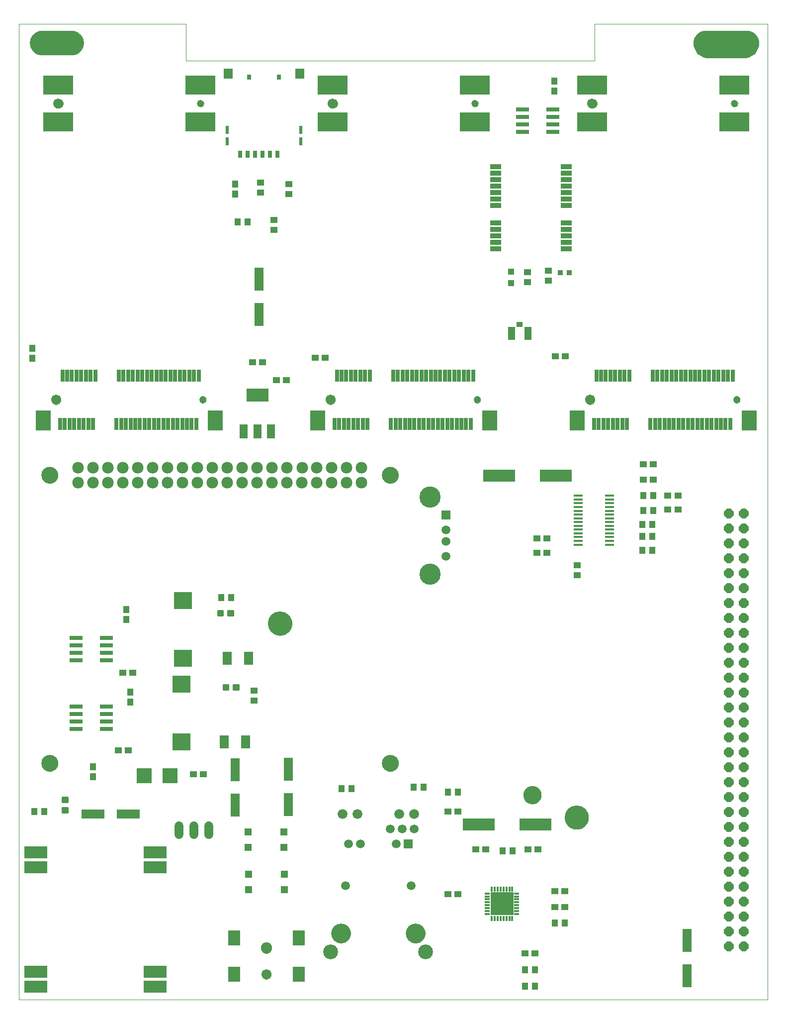
<source format=gts>
G04 EAGLE Gerber RS-274X export*
G75*
%MOIN*%
%FSLAX34Y34*%
%LPD*%
%INTop solder mask*%
%IPPOS*%
%AMOC8*
5,1,8,0,0,1.08239X$1,22.5*%
G01*
%ADD10C,0.000000*%
%ADD11C,0.161480*%
%ADD12C,0.066992*%
%ADD13C,0.047307*%
%ADD14R,0.027067X0.084646*%
%ADD15R,0.098425X0.133366*%
%ADD16R,0.202756X0.131398*%
%ADD17R,0.154000X0.080000*%
%ADD18R,0.090614X0.027622*%
%ADD19C,0.060000*%
%ADD20R,0.124079X0.114236*%
%ADD21R,0.063055X0.086677*%
%ADD22R,0.098488X0.098488*%
%ADD23R,0.043370X0.047307*%
%ADD24R,0.047307X0.043370*%
%ADD25C,0.131953*%
%ADD26C,0.099276*%
%ADD27C,0.059039*%
%ADD28R,0.059039X0.059039*%
%ADD29C,0.065811*%
%ADD30R,0.051244X0.051244*%
%ADD31R,0.029591X0.049276*%
%ADD32R,0.021717X0.055181*%
%ADD33R,0.059118X0.070929*%
%ADD34R,0.025260X0.035496*%
%ADD35R,0.074866X0.035496*%
%ADD36R,0.059118X0.153606*%
%ADD37R,0.153606X0.059118*%
%ADD38R,0.045339X0.090614*%
%ADD39R,0.043370X0.035496*%
%ADD40R,0.052000X0.092000*%
%ADD41R,0.145732X0.090614*%
%ADD42C,0.015613*%
%ADD43C,0.078000*%
%ADD44C,0.112268*%
%ADD45R,0.063055X0.017780*%
%ADD46R,0.035496X0.015811*%
%ADD47R,0.015811X0.035496*%
%ADD48R,0.153606X0.153606*%
%ADD49R,0.214000X0.080000*%
%ADD50P,0.069273X8X292.500000*%
%ADD51C,0.122110*%
%ADD52R,0.082740X0.098488*%
%ADD53C,0.074866*%
%ADD54R,0.043370X0.043370*%
%ADD55R,0.035496X0.035496*%
%ADD56R,0.059433X0.059433*%
%ADD57C,0.059433*%
%ADD58C,0.141795*%

G36*
X48626Y68569D02*
X48626Y68569D01*
X48627Y68569D01*
X48767Y68579D01*
X48770Y68580D01*
X48773Y68580D01*
X48910Y68610D01*
X48913Y68611D01*
X48915Y68611D01*
X49047Y68660D01*
X49049Y68662D01*
X49052Y68663D01*
X49175Y68730D01*
X49177Y68732D01*
X49180Y68733D01*
X49292Y68817D01*
X49294Y68819D01*
X49296Y68821D01*
X49396Y68920D01*
X49397Y68922D01*
X49399Y68924D01*
X49483Y69037D01*
X49485Y69039D01*
X49486Y69041D01*
X49554Y69165D01*
X49555Y69167D01*
X49556Y69170D01*
X49605Y69301D01*
X49606Y69304D01*
X49607Y69306D01*
X49637Y69444D01*
X49637Y69446D01*
X49637Y69449D01*
X49647Y69589D01*
X49647Y69592D01*
X49647Y69595D01*
X49638Y69718D01*
X49637Y69721D01*
X49637Y69724D01*
X49608Y69844D01*
X49607Y69847D01*
X49606Y69850D01*
X49559Y69964D01*
X49557Y69967D01*
X49556Y69970D01*
X49491Y70075D01*
X49489Y70077D01*
X49488Y70080D01*
X49408Y70174D01*
X49405Y70176D01*
X49403Y70178D01*
X49309Y70258D01*
X49307Y70260D01*
X49304Y70262D01*
X49199Y70326D01*
X49196Y70328D01*
X49194Y70329D01*
X49080Y70377D01*
X49077Y70377D01*
X49074Y70378D01*
X48954Y70407D01*
X48951Y70408D01*
X48948Y70408D01*
X48824Y70418D01*
X48823Y70418D01*
X48821Y70418D01*
X46066Y70418D01*
X46064Y70418D01*
X46062Y70418D01*
X45939Y70408D01*
X45936Y70408D01*
X45933Y70407D01*
X45813Y70378D01*
X45810Y70377D01*
X45807Y70377D01*
X45693Y70329D01*
X45691Y70328D01*
X45688Y70326D01*
X45583Y70262D01*
X45580Y70260D01*
X45578Y70258D01*
X45484Y70178D01*
X45482Y70176D01*
X45479Y70174D01*
X45399Y70080D01*
X45398Y70077D01*
X45396Y70075D01*
X45331Y69970D01*
X45330Y69967D01*
X45328Y69964D01*
X45281Y69850D01*
X45280Y69847D01*
X45279Y69844D01*
X45250Y69724D01*
X45250Y69721D01*
X45249Y69718D01*
X45240Y69595D01*
X45240Y69592D01*
X45240Y69589D01*
X45250Y69449D01*
X45250Y69446D01*
X45250Y69444D01*
X45280Y69306D01*
X45281Y69304D01*
X45282Y69301D01*
X45331Y69170D01*
X45332Y69167D01*
X45333Y69165D01*
X45400Y69041D01*
X45402Y69039D01*
X45403Y69037D01*
X45488Y68924D01*
X45490Y68922D01*
X45491Y68920D01*
X45591Y68821D01*
X45593Y68819D01*
X45595Y68817D01*
X45707Y68733D01*
X45709Y68732D01*
X45712Y68730D01*
X45835Y68663D01*
X45838Y68662D01*
X45840Y68660D01*
X45972Y68611D01*
X45974Y68611D01*
X45977Y68610D01*
X46114Y68580D01*
X46117Y68580D01*
X46120Y68579D01*
X46260Y68569D01*
X46261Y68569D01*
X46262Y68569D01*
X48625Y68569D01*
X48626Y68569D01*
G37*
G36*
X3547Y68766D02*
X3547Y68766D01*
X3549Y68766D01*
X3672Y68776D01*
X3675Y68776D01*
X3678Y68777D01*
X3798Y68806D01*
X3799Y68806D01*
X3800Y68806D01*
X3802Y68807D01*
X3804Y68807D01*
X3918Y68855D01*
X3921Y68856D01*
X3923Y68857D01*
X4029Y68922D01*
X4031Y68924D01*
X4034Y68926D01*
X4128Y69006D01*
X4130Y69008D01*
X4132Y69010D01*
X4212Y69104D01*
X4214Y69107D01*
X4216Y69109D01*
X4280Y69214D01*
X4282Y69217D01*
X4283Y69220D01*
X4330Y69334D01*
X4331Y69337D01*
X4332Y69340D01*
X4361Y69460D01*
X4361Y69463D01*
X4362Y69466D01*
X4372Y69589D01*
X4372Y69592D01*
X4372Y69595D01*
X4362Y69718D01*
X4361Y69721D01*
X4361Y69724D01*
X4332Y69844D01*
X4331Y69847D01*
X4330Y69850D01*
X4283Y69964D01*
X4282Y69967D01*
X4280Y69970D01*
X4216Y70075D01*
X4214Y70077D01*
X4212Y70080D01*
X4132Y70174D01*
X4130Y70176D01*
X4128Y70178D01*
X4034Y70258D01*
X4031Y70260D01*
X4029Y70262D01*
X3923Y70326D01*
X3921Y70328D01*
X3918Y70329D01*
X3804Y70377D01*
X3801Y70377D01*
X3798Y70378D01*
X3678Y70407D01*
X3675Y70408D01*
X3672Y70408D01*
X3549Y70418D01*
X3547Y70418D01*
X3546Y70418D01*
X1577Y70418D01*
X1576Y70418D01*
X1574Y70418D01*
X1451Y70408D01*
X1448Y70408D01*
X1445Y70407D01*
X1325Y70378D01*
X1322Y70377D01*
X1319Y70377D01*
X1205Y70329D01*
X1202Y70328D01*
X1200Y70326D01*
X1094Y70262D01*
X1092Y70260D01*
X1089Y70258D01*
X995Y70178D01*
X993Y70176D01*
X991Y70174D01*
X911Y70080D01*
X909Y70077D01*
X907Y70075D01*
X843Y69970D01*
X842Y69967D01*
X840Y69964D01*
X793Y69850D01*
X792Y69847D01*
X791Y69844D01*
X762Y69724D01*
X762Y69721D01*
X761Y69718D01*
X751Y69595D01*
X752Y69592D01*
X751Y69589D01*
X761Y69466D01*
X762Y69463D01*
X762Y69460D01*
X791Y69340D01*
X792Y69337D01*
X793Y69334D01*
X840Y69220D01*
X842Y69217D01*
X843Y69214D01*
X907Y69109D01*
X909Y69107D01*
X911Y69104D01*
X991Y69010D01*
X993Y69008D01*
X995Y69006D01*
X1089Y68926D01*
X1092Y68924D01*
X1094Y68922D01*
X1200Y68857D01*
X1202Y68856D01*
X1205Y68855D01*
X1319Y68807D01*
X1321Y68807D01*
X1323Y68806D01*
X1324Y68806D01*
X1325Y68806D01*
X1445Y68777D01*
X1448Y68776D01*
X1451Y68776D01*
X1574Y68766D01*
X1576Y68766D01*
X1577Y68766D01*
X3546Y68766D01*
X3547Y68766D01*
G37*
D10*
X0Y5512D02*
X50197Y5512D01*
X50197Y70866D01*
X38600Y70866D01*
X11200Y70866D02*
X0Y70866D01*
X0Y5512D01*
X16733Y30709D02*
X16735Y30765D01*
X16741Y30820D01*
X16751Y30874D01*
X16764Y30928D01*
X16782Y30981D01*
X16803Y31032D01*
X16827Y31082D01*
X16855Y31130D01*
X16887Y31176D01*
X16921Y31220D01*
X16959Y31261D01*
X16999Y31299D01*
X17042Y31334D01*
X17087Y31366D01*
X17135Y31395D01*
X17184Y31421D01*
X17235Y31443D01*
X17287Y31461D01*
X17341Y31475D01*
X17396Y31486D01*
X17451Y31493D01*
X17506Y31496D01*
X17562Y31495D01*
X17617Y31490D01*
X17672Y31481D01*
X17726Y31469D01*
X17779Y31452D01*
X17831Y31432D01*
X17881Y31408D01*
X17929Y31381D01*
X17976Y31351D01*
X18020Y31317D01*
X18062Y31280D01*
X18100Y31240D01*
X18137Y31198D01*
X18170Y31153D01*
X18199Y31107D01*
X18226Y31058D01*
X18248Y31007D01*
X18268Y30955D01*
X18283Y30901D01*
X18295Y30847D01*
X18303Y30792D01*
X18307Y30737D01*
X18307Y30681D01*
X18303Y30626D01*
X18295Y30571D01*
X18283Y30517D01*
X18268Y30463D01*
X18248Y30411D01*
X18226Y30360D01*
X18199Y30311D01*
X18170Y30265D01*
X18137Y30220D01*
X18100Y30178D01*
X18062Y30138D01*
X18020Y30101D01*
X17976Y30067D01*
X17929Y30037D01*
X17881Y30010D01*
X17831Y29986D01*
X17779Y29966D01*
X17726Y29949D01*
X17672Y29937D01*
X17617Y29928D01*
X17562Y29923D01*
X17506Y29922D01*
X17451Y29925D01*
X17396Y29932D01*
X17341Y29943D01*
X17287Y29957D01*
X17235Y29975D01*
X17184Y29997D01*
X17135Y30023D01*
X17087Y30052D01*
X17042Y30084D01*
X16999Y30119D01*
X16959Y30157D01*
X16921Y30198D01*
X16887Y30242D01*
X16855Y30288D01*
X16827Y30336D01*
X16803Y30386D01*
X16782Y30437D01*
X16764Y30490D01*
X16751Y30544D01*
X16741Y30598D01*
X16735Y30653D01*
X16733Y30709D01*
D11*
X17520Y30709D03*
D10*
X11200Y68400D02*
X11200Y70866D01*
X11200Y68400D02*
X38600Y68400D01*
X38600Y70866D01*
X36615Y17717D02*
X36617Y17773D01*
X36623Y17828D01*
X36633Y17882D01*
X36646Y17936D01*
X36664Y17989D01*
X36685Y18040D01*
X36709Y18090D01*
X36737Y18138D01*
X36769Y18184D01*
X36803Y18228D01*
X36841Y18269D01*
X36881Y18307D01*
X36924Y18342D01*
X36969Y18374D01*
X37017Y18403D01*
X37066Y18429D01*
X37117Y18451D01*
X37169Y18469D01*
X37223Y18483D01*
X37278Y18494D01*
X37333Y18501D01*
X37388Y18504D01*
X37444Y18503D01*
X37499Y18498D01*
X37554Y18489D01*
X37608Y18477D01*
X37661Y18460D01*
X37713Y18440D01*
X37763Y18416D01*
X37811Y18389D01*
X37858Y18359D01*
X37902Y18325D01*
X37944Y18288D01*
X37982Y18248D01*
X38019Y18206D01*
X38052Y18161D01*
X38081Y18115D01*
X38108Y18066D01*
X38130Y18015D01*
X38150Y17963D01*
X38165Y17909D01*
X38177Y17855D01*
X38185Y17800D01*
X38189Y17745D01*
X38189Y17689D01*
X38185Y17634D01*
X38177Y17579D01*
X38165Y17525D01*
X38150Y17471D01*
X38130Y17419D01*
X38108Y17368D01*
X38081Y17319D01*
X38052Y17273D01*
X38019Y17228D01*
X37982Y17186D01*
X37944Y17146D01*
X37902Y17109D01*
X37858Y17075D01*
X37811Y17045D01*
X37763Y17018D01*
X37713Y16994D01*
X37661Y16974D01*
X37608Y16957D01*
X37554Y16945D01*
X37499Y16936D01*
X37444Y16931D01*
X37388Y16930D01*
X37333Y16933D01*
X37278Y16940D01*
X37223Y16951D01*
X37169Y16965D01*
X37117Y16983D01*
X37066Y17005D01*
X37017Y17031D01*
X36969Y17060D01*
X36924Y17092D01*
X36881Y17127D01*
X36841Y17165D01*
X36803Y17206D01*
X36769Y17250D01*
X36737Y17296D01*
X36709Y17344D01*
X36685Y17394D01*
X36664Y17445D01*
X36646Y17498D01*
X36633Y17552D01*
X36623Y17606D01*
X36617Y17661D01*
X36615Y17717D01*
D11*
X37402Y17717D03*
D10*
X20585Y45700D02*
X20587Y45735D01*
X20593Y45770D01*
X20603Y45804D01*
X20616Y45837D01*
X20633Y45868D01*
X20654Y45896D01*
X20677Y45923D01*
X20704Y45946D01*
X20732Y45967D01*
X20763Y45984D01*
X20796Y45997D01*
X20830Y46007D01*
X20865Y46013D01*
X20900Y46015D01*
X20935Y46013D01*
X20970Y46007D01*
X21004Y45997D01*
X21037Y45984D01*
X21068Y45967D01*
X21096Y45946D01*
X21123Y45923D01*
X21146Y45896D01*
X21167Y45868D01*
X21184Y45837D01*
X21197Y45804D01*
X21207Y45770D01*
X21213Y45735D01*
X21215Y45700D01*
X21213Y45665D01*
X21207Y45630D01*
X21197Y45596D01*
X21184Y45563D01*
X21167Y45532D01*
X21146Y45504D01*
X21123Y45477D01*
X21096Y45454D01*
X21068Y45433D01*
X21037Y45416D01*
X21004Y45403D01*
X20970Y45393D01*
X20935Y45387D01*
X20900Y45385D01*
X20865Y45387D01*
X20830Y45393D01*
X20796Y45403D01*
X20763Y45416D01*
X20732Y45433D01*
X20704Y45454D01*
X20677Y45477D01*
X20654Y45504D01*
X20633Y45532D01*
X20616Y45563D01*
X20603Y45596D01*
X20593Y45630D01*
X20587Y45665D01*
X20585Y45700D01*
D12*
X20900Y45700D03*
D10*
X30526Y45700D02*
X30528Y45729D01*
X30534Y45757D01*
X30543Y45785D01*
X30556Y45811D01*
X30573Y45834D01*
X30592Y45856D01*
X30614Y45875D01*
X30639Y45890D01*
X30665Y45903D01*
X30693Y45911D01*
X30721Y45916D01*
X30750Y45917D01*
X30779Y45914D01*
X30807Y45907D01*
X30834Y45897D01*
X30860Y45883D01*
X30883Y45866D01*
X30904Y45846D01*
X30922Y45823D01*
X30937Y45798D01*
X30948Y45771D01*
X30956Y45743D01*
X30960Y45714D01*
X30960Y45686D01*
X30956Y45657D01*
X30948Y45629D01*
X30937Y45602D01*
X30922Y45577D01*
X30904Y45554D01*
X30883Y45534D01*
X30860Y45517D01*
X30834Y45503D01*
X30807Y45493D01*
X30779Y45486D01*
X30750Y45483D01*
X30721Y45484D01*
X30693Y45489D01*
X30665Y45497D01*
X30639Y45510D01*
X30614Y45525D01*
X30592Y45544D01*
X30573Y45566D01*
X30556Y45589D01*
X30543Y45615D01*
X30534Y45643D01*
X30528Y45671D01*
X30526Y45700D01*
D13*
X30743Y45700D03*
D10*
X20742Y65543D02*
X20744Y65578D01*
X20750Y65613D01*
X20760Y65647D01*
X20773Y65680D01*
X20790Y65711D01*
X20811Y65739D01*
X20834Y65766D01*
X20861Y65789D01*
X20889Y65810D01*
X20920Y65827D01*
X20953Y65840D01*
X20987Y65850D01*
X21022Y65856D01*
X21057Y65858D01*
X21092Y65856D01*
X21127Y65850D01*
X21161Y65840D01*
X21194Y65827D01*
X21225Y65810D01*
X21253Y65789D01*
X21280Y65766D01*
X21303Y65739D01*
X21324Y65711D01*
X21341Y65680D01*
X21354Y65647D01*
X21364Y65613D01*
X21370Y65578D01*
X21372Y65543D01*
X21370Y65508D01*
X21364Y65473D01*
X21354Y65439D01*
X21341Y65406D01*
X21324Y65375D01*
X21303Y65347D01*
X21280Y65320D01*
X21253Y65297D01*
X21225Y65276D01*
X21194Y65259D01*
X21161Y65246D01*
X21127Y65236D01*
X21092Y65230D01*
X21057Y65228D01*
X21022Y65230D01*
X20987Y65236D01*
X20953Y65246D01*
X20920Y65259D01*
X20889Y65276D01*
X20861Y65297D01*
X20834Y65320D01*
X20811Y65347D01*
X20790Y65375D01*
X20773Y65406D01*
X20760Y65439D01*
X20750Y65473D01*
X20744Y65508D01*
X20742Y65543D01*
D12*
X21057Y65543D03*
D10*
X30368Y65543D02*
X30370Y65572D01*
X30376Y65600D01*
X30385Y65628D01*
X30398Y65654D01*
X30415Y65677D01*
X30434Y65699D01*
X30456Y65718D01*
X30481Y65733D01*
X30507Y65746D01*
X30535Y65754D01*
X30563Y65759D01*
X30592Y65760D01*
X30621Y65757D01*
X30649Y65750D01*
X30676Y65740D01*
X30702Y65726D01*
X30725Y65709D01*
X30746Y65689D01*
X30764Y65666D01*
X30779Y65641D01*
X30790Y65614D01*
X30798Y65586D01*
X30802Y65557D01*
X30802Y65529D01*
X30798Y65500D01*
X30790Y65472D01*
X30779Y65445D01*
X30764Y65420D01*
X30746Y65397D01*
X30725Y65377D01*
X30702Y65360D01*
X30676Y65346D01*
X30649Y65336D01*
X30621Y65329D01*
X30592Y65326D01*
X30563Y65327D01*
X30535Y65332D01*
X30507Y65340D01*
X30481Y65353D01*
X30456Y65368D01*
X30434Y65387D01*
X30415Y65409D01*
X30398Y65432D01*
X30385Y65458D01*
X30376Y65486D01*
X30370Y65514D01*
X30368Y65543D01*
D13*
X30585Y65543D03*
D14*
X21173Y44086D03*
X21488Y44086D03*
X21803Y44086D03*
X22118Y44086D03*
X22433Y44086D03*
X22748Y44086D03*
X23063Y44086D03*
X23378Y44086D03*
X24953Y44086D03*
X25268Y44086D03*
X25583Y44086D03*
X25898Y44086D03*
X26213Y44086D03*
X26527Y44086D03*
X26842Y44086D03*
X27157Y44086D03*
X27472Y44086D03*
X27787Y44086D03*
X28102Y44086D03*
X28417Y44086D03*
X28732Y44086D03*
X29047Y44086D03*
X29362Y44086D03*
X29677Y44086D03*
X29992Y44086D03*
X30307Y44086D03*
D15*
X31589Y44320D03*
X20054Y44325D03*
D14*
X21331Y47314D03*
X21646Y47314D03*
X21961Y47314D03*
X22275Y47314D03*
X22590Y47314D03*
X22905Y47314D03*
X23220Y47314D03*
X23535Y47314D03*
X25110Y47314D03*
X25425Y47314D03*
X25740Y47314D03*
X26055Y47314D03*
X26370Y47314D03*
X26685Y47314D03*
X27000Y47314D03*
X27315Y47314D03*
X27630Y47314D03*
X27945Y47314D03*
X28260Y47314D03*
X28575Y47314D03*
X28890Y47314D03*
X29205Y47314D03*
X29520Y47314D03*
X29835Y47314D03*
X30150Y47314D03*
X30464Y47314D03*
D16*
X21053Y66780D03*
X21053Y64295D03*
X30585Y66780D03*
X30580Y64300D03*
D10*
X2185Y45700D02*
X2187Y45735D01*
X2193Y45770D01*
X2203Y45804D01*
X2216Y45837D01*
X2233Y45868D01*
X2254Y45896D01*
X2277Y45923D01*
X2304Y45946D01*
X2332Y45967D01*
X2363Y45984D01*
X2396Y45997D01*
X2430Y46007D01*
X2465Y46013D01*
X2500Y46015D01*
X2535Y46013D01*
X2570Y46007D01*
X2604Y45997D01*
X2637Y45984D01*
X2668Y45967D01*
X2696Y45946D01*
X2723Y45923D01*
X2746Y45896D01*
X2767Y45868D01*
X2784Y45837D01*
X2797Y45804D01*
X2807Y45770D01*
X2813Y45735D01*
X2815Y45700D01*
X2813Y45665D01*
X2807Y45630D01*
X2797Y45596D01*
X2784Y45563D01*
X2767Y45532D01*
X2746Y45504D01*
X2723Y45477D01*
X2696Y45454D01*
X2668Y45433D01*
X2637Y45416D01*
X2604Y45403D01*
X2570Y45393D01*
X2535Y45387D01*
X2500Y45385D01*
X2465Y45387D01*
X2430Y45393D01*
X2396Y45403D01*
X2363Y45416D01*
X2332Y45433D01*
X2304Y45454D01*
X2277Y45477D01*
X2254Y45504D01*
X2233Y45532D01*
X2216Y45563D01*
X2203Y45596D01*
X2193Y45630D01*
X2187Y45665D01*
X2185Y45700D01*
D12*
X2500Y45700D03*
D10*
X12126Y45700D02*
X12128Y45729D01*
X12134Y45757D01*
X12143Y45785D01*
X12156Y45811D01*
X12173Y45834D01*
X12192Y45856D01*
X12214Y45875D01*
X12239Y45890D01*
X12265Y45903D01*
X12293Y45911D01*
X12321Y45916D01*
X12350Y45917D01*
X12379Y45914D01*
X12407Y45907D01*
X12434Y45897D01*
X12460Y45883D01*
X12483Y45866D01*
X12504Y45846D01*
X12522Y45823D01*
X12537Y45798D01*
X12548Y45771D01*
X12556Y45743D01*
X12560Y45714D01*
X12560Y45686D01*
X12556Y45657D01*
X12548Y45629D01*
X12537Y45602D01*
X12522Y45577D01*
X12504Y45554D01*
X12483Y45534D01*
X12460Y45517D01*
X12434Y45503D01*
X12407Y45493D01*
X12379Y45486D01*
X12350Y45483D01*
X12321Y45484D01*
X12293Y45489D01*
X12265Y45497D01*
X12239Y45510D01*
X12214Y45525D01*
X12192Y45544D01*
X12173Y45566D01*
X12156Y45589D01*
X12143Y45615D01*
X12134Y45643D01*
X12128Y45671D01*
X12126Y45700D01*
D13*
X12343Y45700D03*
D10*
X2342Y65543D02*
X2344Y65578D01*
X2350Y65613D01*
X2360Y65647D01*
X2373Y65680D01*
X2390Y65711D01*
X2411Y65739D01*
X2434Y65766D01*
X2461Y65789D01*
X2489Y65810D01*
X2520Y65827D01*
X2553Y65840D01*
X2587Y65850D01*
X2622Y65856D01*
X2657Y65858D01*
X2692Y65856D01*
X2727Y65850D01*
X2761Y65840D01*
X2794Y65827D01*
X2825Y65810D01*
X2853Y65789D01*
X2880Y65766D01*
X2903Y65739D01*
X2924Y65711D01*
X2941Y65680D01*
X2954Y65647D01*
X2964Y65613D01*
X2970Y65578D01*
X2972Y65543D01*
X2970Y65508D01*
X2964Y65473D01*
X2954Y65439D01*
X2941Y65406D01*
X2924Y65375D01*
X2903Y65347D01*
X2880Y65320D01*
X2853Y65297D01*
X2825Y65276D01*
X2794Y65259D01*
X2761Y65246D01*
X2727Y65236D01*
X2692Y65230D01*
X2657Y65228D01*
X2622Y65230D01*
X2587Y65236D01*
X2553Y65246D01*
X2520Y65259D01*
X2489Y65276D01*
X2461Y65297D01*
X2434Y65320D01*
X2411Y65347D01*
X2390Y65375D01*
X2373Y65406D01*
X2360Y65439D01*
X2350Y65473D01*
X2344Y65508D01*
X2342Y65543D01*
D12*
X2657Y65543D03*
D10*
X11968Y65543D02*
X11970Y65572D01*
X11976Y65600D01*
X11985Y65628D01*
X11998Y65654D01*
X12015Y65677D01*
X12034Y65699D01*
X12056Y65718D01*
X12081Y65733D01*
X12107Y65746D01*
X12135Y65754D01*
X12163Y65759D01*
X12192Y65760D01*
X12221Y65757D01*
X12249Y65750D01*
X12276Y65740D01*
X12302Y65726D01*
X12325Y65709D01*
X12346Y65689D01*
X12364Y65666D01*
X12379Y65641D01*
X12390Y65614D01*
X12398Y65586D01*
X12402Y65557D01*
X12402Y65529D01*
X12398Y65500D01*
X12390Y65472D01*
X12379Y65445D01*
X12364Y65420D01*
X12346Y65397D01*
X12325Y65377D01*
X12302Y65360D01*
X12276Y65346D01*
X12249Y65336D01*
X12221Y65329D01*
X12192Y65326D01*
X12163Y65327D01*
X12135Y65332D01*
X12107Y65340D01*
X12081Y65353D01*
X12056Y65368D01*
X12034Y65387D01*
X12015Y65409D01*
X11998Y65432D01*
X11985Y65458D01*
X11976Y65486D01*
X11970Y65514D01*
X11968Y65543D01*
D13*
X12185Y65543D03*
D14*
X2773Y44086D03*
X3088Y44086D03*
X3403Y44086D03*
X3718Y44086D03*
X4033Y44086D03*
X4348Y44086D03*
X4663Y44086D03*
X4978Y44086D03*
X6553Y44086D03*
X6868Y44086D03*
X7183Y44086D03*
X7498Y44086D03*
X7813Y44086D03*
X8127Y44086D03*
X8442Y44086D03*
X8757Y44086D03*
X9072Y44086D03*
X9387Y44086D03*
X9702Y44086D03*
X10017Y44086D03*
X10332Y44086D03*
X10647Y44086D03*
X10962Y44086D03*
X11277Y44086D03*
X11592Y44086D03*
X11907Y44086D03*
D15*
X13189Y44320D03*
X1654Y44325D03*
D14*
X2931Y47314D03*
X3246Y47314D03*
X3561Y47314D03*
X3875Y47314D03*
X4190Y47314D03*
X4505Y47314D03*
X4820Y47314D03*
X5135Y47314D03*
X6710Y47314D03*
X7025Y47314D03*
X7340Y47314D03*
X7655Y47314D03*
X7970Y47314D03*
X8285Y47314D03*
X8600Y47314D03*
X8915Y47314D03*
X9230Y47314D03*
X9545Y47314D03*
X9860Y47314D03*
X10175Y47314D03*
X10490Y47314D03*
X10805Y47314D03*
X11120Y47314D03*
X11435Y47314D03*
X11750Y47314D03*
X12064Y47314D03*
D16*
X2653Y66780D03*
X2653Y64295D03*
X12185Y66780D03*
X12180Y64300D03*
D17*
X1134Y15367D03*
X1134Y14367D03*
X1134Y7367D03*
X1134Y6367D03*
X9134Y6367D03*
X9134Y7367D03*
X9134Y14367D03*
X9134Y15367D03*
D18*
X5889Y28750D03*
X3842Y28750D03*
X5889Y28250D03*
X5889Y29250D03*
X5889Y29750D03*
X3842Y28250D03*
X3842Y29250D03*
X3842Y29750D03*
X5889Y24150D03*
X3842Y24150D03*
X5889Y23650D03*
X5889Y24650D03*
X5889Y25150D03*
X3842Y23650D03*
X3842Y24650D03*
X3842Y25150D03*
D10*
X37985Y45700D02*
X37987Y45735D01*
X37993Y45770D01*
X38003Y45804D01*
X38016Y45837D01*
X38033Y45868D01*
X38054Y45896D01*
X38077Y45923D01*
X38104Y45946D01*
X38132Y45967D01*
X38163Y45984D01*
X38196Y45997D01*
X38230Y46007D01*
X38265Y46013D01*
X38300Y46015D01*
X38335Y46013D01*
X38370Y46007D01*
X38404Y45997D01*
X38437Y45984D01*
X38468Y45967D01*
X38496Y45946D01*
X38523Y45923D01*
X38546Y45896D01*
X38567Y45868D01*
X38584Y45837D01*
X38597Y45804D01*
X38607Y45770D01*
X38613Y45735D01*
X38615Y45700D01*
X38613Y45665D01*
X38607Y45630D01*
X38597Y45596D01*
X38584Y45563D01*
X38567Y45532D01*
X38546Y45504D01*
X38523Y45477D01*
X38496Y45454D01*
X38468Y45433D01*
X38437Y45416D01*
X38404Y45403D01*
X38370Y45393D01*
X38335Y45387D01*
X38300Y45385D01*
X38265Y45387D01*
X38230Y45393D01*
X38196Y45403D01*
X38163Y45416D01*
X38132Y45433D01*
X38104Y45454D01*
X38077Y45477D01*
X38054Y45504D01*
X38033Y45532D01*
X38016Y45563D01*
X38003Y45596D01*
X37993Y45630D01*
X37987Y45665D01*
X37985Y45700D01*
D12*
X38300Y45700D03*
D10*
X47926Y45700D02*
X47928Y45729D01*
X47934Y45757D01*
X47943Y45785D01*
X47956Y45811D01*
X47973Y45834D01*
X47992Y45856D01*
X48014Y45875D01*
X48039Y45890D01*
X48065Y45903D01*
X48093Y45911D01*
X48121Y45916D01*
X48150Y45917D01*
X48179Y45914D01*
X48207Y45907D01*
X48234Y45897D01*
X48260Y45883D01*
X48283Y45866D01*
X48304Y45846D01*
X48322Y45823D01*
X48337Y45798D01*
X48348Y45771D01*
X48356Y45743D01*
X48360Y45714D01*
X48360Y45686D01*
X48356Y45657D01*
X48348Y45629D01*
X48337Y45602D01*
X48322Y45577D01*
X48304Y45554D01*
X48283Y45534D01*
X48260Y45517D01*
X48234Y45503D01*
X48207Y45493D01*
X48179Y45486D01*
X48150Y45483D01*
X48121Y45484D01*
X48093Y45489D01*
X48065Y45497D01*
X48039Y45510D01*
X48014Y45525D01*
X47992Y45544D01*
X47973Y45566D01*
X47956Y45589D01*
X47943Y45615D01*
X47934Y45643D01*
X47928Y45671D01*
X47926Y45700D01*
D13*
X48143Y45700D03*
D10*
X38142Y65543D02*
X38144Y65578D01*
X38150Y65613D01*
X38160Y65647D01*
X38173Y65680D01*
X38190Y65711D01*
X38211Y65739D01*
X38234Y65766D01*
X38261Y65789D01*
X38289Y65810D01*
X38320Y65827D01*
X38353Y65840D01*
X38387Y65850D01*
X38422Y65856D01*
X38457Y65858D01*
X38492Y65856D01*
X38527Y65850D01*
X38561Y65840D01*
X38594Y65827D01*
X38625Y65810D01*
X38653Y65789D01*
X38680Y65766D01*
X38703Y65739D01*
X38724Y65711D01*
X38741Y65680D01*
X38754Y65647D01*
X38764Y65613D01*
X38770Y65578D01*
X38772Y65543D01*
X38770Y65508D01*
X38764Y65473D01*
X38754Y65439D01*
X38741Y65406D01*
X38724Y65375D01*
X38703Y65347D01*
X38680Y65320D01*
X38653Y65297D01*
X38625Y65276D01*
X38594Y65259D01*
X38561Y65246D01*
X38527Y65236D01*
X38492Y65230D01*
X38457Y65228D01*
X38422Y65230D01*
X38387Y65236D01*
X38353Y65246D01*
X38320Y65259D01*
X38289Y65276D01*
X38261Y65297D01*
X38234Y65320D01*
X38211Y65347D01*
X38190Y65375D01*
X38173Y65406D01*
X38160Y65439D01*
X38150Y65473D01*
X38144Y65508D01*
X38142Y65543D01*
D12*
X38457Y65543D03*
D10*
X47768Y65543D02*
X47770Y65572D01*
X47776Y65600D01*
X47785Y65628D01*
X47798Y65654D01*
X47815Y65677D01*
X47834Y65699D01*
X47856Y65718D01*
X47881Y65733D01*
X47907Y65746D01*
X47935Y65754D01*
X47963Y65759D01*
X47992Y65760D01*
X48021Y65757D01*
X48049Y65750D01*
X48076Y65740D01*
X48102Y65726D01*
X48125Y65709D01*
X48146Y65689D01*
X48164Y65666D01*
X48179Y65641D01*
X48190Y65614D01*
X48198Y65586D01*
X48202Y65557D01*
X48202Y65529D01*
X48198Y65500D01*
X48190Y65472D01*
X48179Y65445D01*
X48164Y65420D01*
X48146Y65397D01*
X48125Y65377D01*
X48102Y65360D01*
X48076Y65346D01*
X48049Y65336D01*
X48021Y65329D01*
X47992Y65326D01*
X47963Y65327D01*
X47935Y65332D01*
X47907Y65340D01*
X47881Y65353D01*
X47856Y65368D01*
X47834Y65387D01*
X47815Y65409D01*
X47798Y65432D01*
X47785Y65458D01*
X47776Y65486D01*
X47770Y65514D01*
X47768Y65543D01*
D13*
X47985Y65543D03*
D14*
X38573Y44086D03*
X38888Y44086D03*
X39203Y44086D03*
X39518Y44086D03*
X39833Y44086D03*
X40148Y44086D03*
X40463Y44086D03*
X40778Y44086D03*
X42353Y44086D03*
X42668Y44086D03*
X42983Y44086D03*
X43298Y44086D03*
X43613Y44086D03*
X43927Y44086D03*
X44242Y44086D03*
X44557Y44086D03*
X44872Y44086D03*
X45187Y44086D03*
X45502Y44086D03*
X45817Y44086D03*
X46132Y44086D03*
X46447Y44086D03*
X46762Y44086D03*
X47077Y44086D03*
X47392Y44086D03*
X47707Y44086D03*
D15*
X48989Y44320D03*
X37454Y44325D03*
D14*
X38731Y47314D03*
X39046Y47314D03*
X39361Y47314D03*
X39675Y47314D03*
X39990Y47314D03*
X40305Y47314D03*
X40620Y47314D03*
X40935Y47314D03*
X42510Y47314D03*
X42825Y47314D03*
X43140Y47314D03*
X43455Y47314D03*
X43770Y47314D03*
X44085Y47314D03*
X44400Y47314D03*
X44715Y47314D03*
X45030Y47314D03*
X45345Y47314D03*
X45660Y47314D03*
X45975Y47314D03*
X46290Y47314D03*
X46605Y47314D03*
X46920Y47314D03*
X47235Y47314D03*
X47550Y47314D03*
X47864Y47314D03*
D16*
X38453Y66780D03*
X38453Y64295D03*
X47985Y66780D03*
X47980Y64300D03*
D19*
X10733Y17147D02*
X10733Y16587D01*
X11733Y16587D02*
X11733Y17147D01*
X12733Y17147D02*
X12733Y16587D01*
D20*
X10900Y22771D03*
X10900Y26629D03*
D21*
X15209Y22769D03*
X13792Y22769D03*
X15409Y28369D03*
X13992Y28369D03*
D20*
X11000Y28371D03*
X11000Y32229D03*
D22*
X8400Y20500D03*
X10132Y20500D03*
D23*
X7467Y25431D03*
X7467Y26100D03*
X7200Y30965D03*
X7200Y31635D03*
D24*
X6665Y22200D03*
X7335Y22200D03*
X6965Y27400D03*
X7635Y27400D03*
X11699Y20597D03*
X12369Y20597D03*
D23*
X4968Y20432D03*
X4968Y21102D03*
D24*
X19865Y48500D03*
X20535Y48500D03*
X35965Y48600D03*
X36635Y48600D03*
D23*
X900Y49135D03*
X900Y48465D03*
D10*
X20960Y9950D02*
X20962Y10000D01*
X20968Y10050D01*
X20978Y10099D01*
X20991Y10148D01*
X21009Y10195D01*
X21030Y10241D01*
X21054Y10284D01*
X21082Y10326D01*
X21113Y10366D01*
X21147Y10403D01*
X21184Y10437D01*
X21224Y10468D01*
X21266Y10496D01*
X21309Y10520D01*
X21355Y10541D01*
X21402Y10559D01*
X21451Y10572D01*
X21500Y10582D01*
X21550Y10588D01*
X21600Y10590D01*
X21650Y10588D01*
X21700Y10582D01*
X21749Y10572D01*
X21798Y10559D01*
X21845Y10541D01*
X21891Y10520D01*
X21934Y10496D01*
X21976Y10468D01*
X22016Y10437D01*
X22053Y10403D01*
X22087Y10366D01*
X22118Y10326D01*
X22146Y10284D01*
X22170Y10241D01*
X22191Y10195D01*
X22209Y10148D01*
X22222Y10099D01*
X22232Y10050D01*
X22238Y10000D01*
X22240Y9950D01*
X22238Y9900D01*
X22232Y9850D01*
X22222Y9801D01*
X22209Y9752D01*
X22191Y9705D01*
X22170Y9659D01*
X22146Y9616D01*
X22118Y9574D01*
X22087Y9534D01*
X22053Y9497D01*
X22016Y9463D01*
X21976Y9432D01*
X21934Y9404D01*
X21891Y9380D01*
X21845Y9359D01*
X21798Y9341D01*
X21749Y9328D01*
X21700Y9318D01*
X21650Y9312D01*
X21600Y9310D01*
X21550Y9312D01*
X21500Y9318D01*
X21451Y9328D01*
X21402Y9341D01*
X21355Y9359D01*
X21309Y9380D01*
X21266Y9404D01*
X21224Y9432D01*
X21184Y9463D01*
X21147Y9497D01*
X21113Y9534D01*
X21082Y9574D01*
X21054Y9616D01*
X21030Y9659D01*
X21009Y9705D01*
X20991Y9752D01*
X20978Y9801D01*
X20968Y9850D01*
X20962Y9900D01*
X20960Y9950D01*
D25*
X21600Y9950D03*
D10*
X25960Y9950D02*
X25962Y10000D01*
X25968Y10050D01*
X25978Y10099D01*
X25991Y10148D01*
X26009Y10195D01*
X26030Y10241D01*
X26054Y10284D01*
X26082Y10326D01*
X26113Y10366D01*
X26147Y10403D01*
X26184Y10437D01*
X26224Y10468D01*
X26266Y10496D01*
X26309Y10520D01*
X26355Y10541D01*
X26402Y10559D01*
X26451Y10572D01*
X26500Y10582D01*
X26550Y10588D01*
X26600Y10590D01*
X26650Y10588D01*
X26700Y10582D01*
X26749Y10572D01*
X26798Y10559D01*
X26845Y10541D01*
X26891Y10520D01*
X26934Y10496D01*
X26976Y10468D01*
X27016Y10437D01*
X27053Y10403D01*
X27087Y10366D01*
X27118Y10326D01*
X27146Y10284D01*
X27170Y10241D01*
X27191Y10195D01*
X27209Y10148D01*
X27222Y10099D01*
X27232Y10050D01*
X27238Y10000D01*
X27240Y9950D01*
X27238Y9900D01*
X27232Y9850D01*
X27222Y9801D01*
X27209Y9752D01*
X27191Y9705D01*
X27170Y9659D01*
X27146Y9616D01*
X27118Y9574D01*
X27087Y9534D01*
X27053Y9497D01*
X27016Y9463D01*
X26976Y9432D01*
X26934Y9404D01*
X26891Y9380D01*
X26845Y9359D01*
X26798Y9341D01*
X26749Y9328D01*
X26700Y9318D01*
X26650Y9312D01*
X26600Y9310D01*
X26550Y9312D01*
X26500Y9318D01*
X26451Y9328D01*
X26402Y9341D01*
X26355Y9359D01*
X26309Y9380D01*
X26266Y9404D01*
X26224Y9432D01*
X26184Y9463D01*
X26147Y9497D01*
X26113Y9534D01*
X26082Y9574D01*
X26054Y9616D01*
X26030Y9659D01*
X26009Y9705D01*
X25991Y9752D01*
X25978Y9801D01*
X25968Y9850D01*
X25962Y9900D01*
X25960Y9950D01*
D25*
X26600Y9950D03*
D26*
X27275Y8700D03*
X20925Y8700D03*
D27*
X26300Y13150D03*
X21900Y13150D03*
D28*
X26100Y15950D03*
D27*
X25300Y15950D03*
X22900Y15950D03*
X22100Y15950D03*
X26500Y16950D03*
X25700Y16950D03*
X24900Y16950D03*
D29*
X25500Y17950D03*
X22700Y17950D03*
X21700Y17950D03*
X26500Y17950D03*
D24*
X29435Y18100D03*
X28765Y18100D03*
D23*
X28765Y19400D03*
X29435Y19400D03*
D30*
X15366Y15722D03*
X15366Y16745D03*
X17767Y16745D03*
X17767Y15722D03*
X15399Y12888D03*
X15399Y13912D03*
X17801Y13912D03*
X17801Y12888D03*
D31*
X15359Y62142D03*
X16359Y62142D03*
X17359Y62142D03*
X14859Y62142D03*
X15859Y62142D03*
X16859Y62142D03*
D32*
X13975Y62996D03*
X13975Y63783D03*
D33*
X14040Y67547D03*
X18847Y67547D03*
D32*
X18912Y63783D03*
X18912Y62996D03*
D34*
X17443Y67319D03*
X15443Y67319D03*
D35*
X36701Y55805D03*
X36701Y56238D03*
X36701Y56671D03*
X36701Y57104D03*
X36701Y57537D03*
X36701Y58718D03*
X36701Y59151D03*
X36701Y59584D03*
X36701Y60017D03*
X36701Y60451D03*
X36701Y60884D03*
X36701Y61317D03*
X31977Y55805D03*
X31977Y56238D03*
X31977Y56671D03*
X31977Y57104D03*
X31977Y57537D03*
X31977Y58718D03*
X31977Y59151D03*
X31977Y59584D03*
X31977Y60017D03*
X31977Y60451D03*
X31977Y60884D03*
X31977Y61317D03*
D36*
X18076Y18569D03*
X18076Y20931D03*
X14499Y18552D03*
X14499Y20914D03*
D37*
X7349Y17934D03*
X4987Y17934D03*
D38*
X33052Y50144D03*
X34135Y50144D03*
D39*
X33594Y50744D03*
D23*
X35900Y67035D03*
X35900Y66365D03*
D24*
X16200Y59565D03*
X16200Y60235D03*
X18100Y59465D03*
X18100Y60135D03*
X17100Y57065D03*
X17100Y57735D03*
D23*
X14665Y57600D03*
X15335Y57600D03*
X14500Y59465D03*
X14500Y60135D03*
D40*
X15090Y43580D03*
X16000Y43580D03*
X16910Y43580D03*
D41*
X16000Y46020D03*
D24*
X17265Y47000D03*
X17935Y47000D03*
X15665Y48200D03*
X16335Y48200D03*
D42*
X14420Y26588D02*
X14420Y26310D01*
X14420Y26588D02*
X14698Y26588D01*
X14698Y26310D01*
X14420Y26310D01*
X14420Y26458D02*
X14698Y26458D01*
X13729Y26588D02*
X13729Y26310D01*
X13729Y26588D02*
X14007Y26588D01*
X14007Y26310D01*
X13729Y26310D01*
X13729Y26458D02*
X14007Y26458D01*
X14058Y31270D02*
X14058Y31548D01*
X14336Y31548D01*
X14336Y31270D01*
X14058Y31270D01*
X14058Y31418D02*
X14336Y31418D01*
X13368Y31548D02*
X13368Y31270D01*
X13368Y31548D02*
X13646Y31548D01*
X13646Y31270D01*
X13368Y31270D01*
X13368Y31418D02*
X13646Y31418D01*
D23*
X1050Y18109D03*
X1720Y18109D03*
D24*
X15770Y25543D03*
X15770Y26212D03*
D23*
X13584Y32434D03*
X14253Y32434D03*
D42*
X3232Y18361D02*
X2954Y18361D01*
X3232Y18361D02*
X3232Y18083D01*
X2954Y18083D01*
X2954Y18361D01*
X2954Y18231D02*
X3232Y18231D01*
X3232Y19052D02*
X2954Y19052D01*
X3232Y19052D02*
X3232Y18774D01*
X2954Y18774D01*
X2954Y19052D01*
X2954Y18922D02*
X3232Y18922D01*
D43*
X4993Y41147D03*
X5993Y41147D03*
X6993Y41147D03*
X7993Y41147D03*
X8993Y41147D03*
X9993Y41147D03*
X10993Y41147D03*
X11993Y41147D03*
X12993Y41147D03*
X13993Y41147D03*
X14993Y41147D03*
X15993Y41147D03*
X16993Y41147D03*
X17993Y41147D03*
X18997Y41147D03*
X19993Y41147D03*
X20993Y41147D03*
X21993Y41147D03*
X22993Y41147D03*
X4993Y40147D03*
X5993Y40147D03*
X6993Y40147D03*
X7993Y40147D03*
X8993Y40147D03*
X9993Y40147D03*
X10993Y40147D03*
X11993Y40147D03*
X12993Y40147D03*
X13993Y40147D03*
X14993Y40147D03*
X15993Y40147D03*
X16993Y40147D03*
X17993Y40147D03*
X18993Y40147D03*
X19993Y40147D03*
X20993Y40147D03*
X21993Y40147D03*
X22993Y40147D03*
X3993Y41147D03*
X3993Y40147D03*
D10*
X1535Y40647D02*
X1537Y40693D01*
X1543Y40738D01*
X1552Y40783D01*
X1566Y40827D01*
X1583Y40870D01*
X1604Y40911D01*
X1628Y40950D01*
X1655Y40987D01*
X1685Y41021D01*
X1719Y41053D01*
X1754Y41082D01*
X1792Y41108D01*
X1832Y41130D01*
X1874Y41149D01*
X1918Y41164D01*
X1962Y41176D01*
X2007Y41184D01*
X2053Y41188D01*
X2099Y41188D01*
X2145Y41184D01*
X2190Y41176D01*
X2234Y41164D01*
X2278Y41149D01*
X2320Y41130D01*
X2360Y41108D01*
X2398Y41082D01*
X2433Y41053D01*
X2467Y41021D01*
X2497Y40987D01*
X2524Y40950D01*
X2548Y40911D01*
X2569Y40870D01*
X2586Y40827D01*
X2600Y40783D01*
X2609Y40738D01*
X2615Y40693D01*
X2617Y40647D01*
X2615Y40601D01*
X2609Y40556D01*
X2600Y40511D01*
X2586Y40467D01*
X2569Y40424D01*
X2548Y40383D01*
X2524Y40344D01*
X2497Y40307D01*
X2467Y40273D01*
X2433Y40241D01*
X2398Y40212D01*
X2360Y40186D01*
X2320Y40164D01*
X2278Y40145D01*
X2234Y40130D01*
X2190Y40118D01*
X2145Y40110D01*
X2099Y40106D01*
X2053Y40106D01*
X2007Y40110D01*
X1962Y40118D01*
X1918Y40130D01*
X1874Y40145D01*
X1832Y40164D01*
X1792Y40186D01*
X1754Y40212D01*
X1719Y40241D01*
X1685Y40273D01*
X1655Y40307D01*
X1628Y40344D01*
X1604Y40383D01*
X1583Y40424D01*
X1566Y40467D01*
X1552Y40511D01*
X1543Y40556D01*
X1537Y40601D01*
X1535Y40647D01*
D44*
X2076Y40647D03*
D10*
X24369Y40647D02*
X24371Y40693D01*
X24377Y40738D01*
X24386Y40783D01*
X24400Y40827D01*
X24417Y40870D01*
X24438Y40911D01*
X24462Y40950D01*
X24489Y40987D01*
X24519Y41021D01*
X24553Y41053D01*
X24588Y41082D01*
X24626Y41108D01*
X24666Y41130D01*
X24708Y41149D01*
X24752Y41164D01*
X24796Y41176D01*
X24841Y41184D01*
X24887Y41188D01*
X24933Y41188D01*
X24979Y41184D01*
X25024Y41176D01*
X25068Y41164D01*
X25112Y41149D01*
X25154Y41130D01*
X25194Y41108D01*
X25232Y41082D01*
X25267Y41053D01*
X25301Y41021D01*
X25331Y40987D01*
X25358Y40950D01*
X25382Y40911D01*
X25403Y40870D01*
X25420Y40827D01*
X25434Y40783D01*
X25443Y40738D01*
X25449Y40693D01*
X25451Y40647D01*
X25449Y40601D01*
X25443Y40556D01*
X25434Y40511D01*
X25420Y40467D01*
X25403Y40424D01*
X25382Y40383D01*
X25358Y40344D01*
X25331Y40307D01*
X25301Y40273D01*
X25267Y40241D01*
X25232Y40212D01*
X25194Y40186D01*
X25154Y40164D01*
X25112Y40145D01*
X25068Y40130D01*
X25024Y40118D01*
X24979Y40110D01*
X24933Y40106D01*
X24887Y40106D01*
X24841Y40110D01*
X24796Y40118D01*
X24752Y40130D01*
X24708Y40145D01*
X24666Y40164D01*
X24626Y40186D01*
X24588Y40212D01*
X24553Y40241D01*
X24519Y40273D01*
X24489Y40307D01*
X24462Y40344D01*
X24438Y40383D01*
X24417Y40424D01*
X24400Y40467D01*
X24386Y40511D01*
X24377Y40556D01*
X24371Y40601D01*
X24369Y40647D01*
D44*
X24910Y40647D03*
D10*
X1535Y21356D02*
X1537Y21402D01*
X1543Y21447D01*
X1552Y21492D01*
X1566Y21536D01*
X1583Y21579D01*
X1604Y21620D01*
X1628Y21659D01*
X1655Y21696D01*
X1685Y21730D01*
X1719Y21762D01*
X1754Y21791D01*
X1792Y21817D01*
X1832Y21839D01*
X1874Y21858D01*
X1918Y21873D01*
X1962Y21885D01*
X2007Y21893D01*
X2053Y21897D01*
X2099Y21897D01*
X2145Y21893D01*
X2190Y21885D01*
X2234Y21873D01*
X2278Y21858D01*
X2320Y21839D01*
X2360Y21817D01*
X2398Y21791D01*
X2433Y21762D01*
X2467Y21730D01*
X2497Y21696D01*
X2524Y21659D01*
X2548Y21620D01*
X2569Y21579D01*
X2586Y21536D01*
X2600Y21492D01*
X2609Y21447D01*
X2615Y21402D01*
X2617Y21356D01*
X2615Y21310D01*
X2609Y21265D01*
X2600Y21220D01*
X2586Y21176D01*
X2569Y21133D01*
X2548Y21092D01*
X2524Y21053D01*
X2497Y21016D01*
X2467Y20982D01*
X2433Y20950D01*
X2398Y20921D01*
X2360Y20895D01*
X2320Y20873D01*
X2278Y20854D01*
X2234Y20839D01*
X2190Y20827D01*
X2145Y20819D01*
X2099Y20815D01*
X2053Y20815D01*
X2007Y20819D01*
X1962Y20827D01*
X1918Y20839D01*
X1874Y20854D01*
X1832Y20873D01*
X1792Y20895D01*
X1754Y20921D01*
X1719Y20950D01*
X1685Y20982D01*
X1655Y21016D01*
X1628Y21053D01*
X1604Y21092D01*
X1583Y21133D01*
X1566Y21176D01*
X1552Y21220D01*
X1543Y21265D01*
X1537Y21310D01*
X1535Y21356D01*
D44*
X2076Y21356D03*
D10*
X24369Y21356D02*
X24371Y21402D01*
X24377Y21447D01*
X24386Y21492D01*
X24400Y21536D01*
X24417Y21579D01*
X24438Y21620D01*
X24462Y21659D01*
X24489Y21696D01*
X24519Y21730D01*
X24553Y21762D01*
X24588Y21791D01*
X24626Y21817D01*
X24666Y21839D01*
X24708Y21858D01*
X24752Y21873D01*
X24796Y21885D01*
X24841Y21893D01*
X24887Y21897D01*
X24933Y21897D01*
X24979Y21893D01*
X25024Y21885D01*
X25068Y21873D01*
X25112Y21858D01*
X25154Y21839D01*
X25194Y21817D01*
X25232Y21791D01*
X25267Y21762D01*
X25301Y21730D01*
X25331Y21696D01*
X25358Y21659D01*
X25382Y21620D01*
X25403Y21579D01*
X25420Y21536D01*
X25434Y21492D01*
X25443Y21447D01*
X25449Y21402D01*
X25451Y21356D01*
X25449Y21310D01*
X25443Y21265D01*
X25434Y21220D01*
X25420Y21176D01*
X25403Y21133D01*
X25382Y21092D01*
X25358Y21053D01*
X25331Y21016D01*
X25301Y20982D01*
X25267Y20950D01*
X25232Y20921D01*
X25194Y20895D01*
X25154Y20873D01*
X25112Y20854D01*
X25068Y20839D01*
X25024Y20827D01*
X24979Y20819D01*
X24933Y20815D01*
X24887Y20815D01*
X24841Y20819D01*
X24796Y20827D01*
X24752Y20839D01*
X24708Y20854D01*
X24666Y20873D01*
X24626Y20895D01*
X24588Y20921D01*
X24553Y20950D01*
X24519Y20982D01*
X24489Y21016D01*
X24462Y21053D01*
X24438Y21092D01*
X24417Y21133D01*
X24400Y21176D01*
X24386Y21220D01*
X24377Y21265D01*
X24371Y21310D01*
X24369Y21356D01*
D44*
X24910Y21356D03*
D45*
X39627Y37504D03*
X37501Y37504D03*
X39627Y37748D03*
X37501Y37756D03*
X37501Y37252D03*
X39627Y37252D03*
X39627Y37000D03*
X37501Y37000D03*
X37501Y38008D03*
X37501Y38260D03*
X39627Y38008D03*
X39627Y38260D03*
X39627Y36748D03*
X39627Y38512D03*
X37501Y38512D03*
X37501Y36748D03*
X39627Y36496D03*
X37501Y36496D03*
X37501Y38764D03*
X39627Y38764D03*
X39627Y39016D03*
X37501Y39016D03*
X37501Y36244D03*
X39627Y36244D03*
X39627Y35992D03*
X37501Y35992D03*
X37501Y39268D03*
X39627Y39268D03*
D24*
X34729Y35430D03*
X35399Y35430D03*
X34729Y36397D03*
X35399Y36397D03*
X42531Y40330D03*
X41862Y40330D03*
X42531Y41363D03*
X41862Y41363D03*
X43528Y38330D03*
X44198Y38330D03*
X43528Y39264D03*
X44198Y39264D03*
X37436Y33929D03*
X37436Y34599D03*
D23*
X42464Y35597D03*
X41795Y35597D03*
X42531Y38264D03*
X41862Y38264D03*
X42531Y39263D03*
X41862Y39263D03*
X41795Y36530D03*
X42464Y36530D03*
X41795Y37330D03*
X42464Y37330D03*
D46*
X33387Y11246D03*
X33387Y11443D03*
X33387Y11640D03*
X33387Y11837D03*
X33387Y12034D03*
X33387Y12230D03*
X33387Y12427D03*
X33387Y12624D03*
D47*
X33092Y12919D03*
X32895Y12919D03*
X32698Y12919D03*
X32502Y12919D03*
X32305Y12919D03*
X32108Y12919D03*
X31911Y12919D03*
X31714Y12919D03*
D46*
X31419Y12624D03*
X31419Y12427D03*
X31419Y12230D03*
X31419Y12034D03*
X31419Y11837D03*
X31419Y11640D03*
X31419Y11443D03*
X31419Y11246D03*
D47*
X31714Y10951D03*
X31911Y10951D03*
X32108Y10951D03*
X32305Y10951D03*
X32502Y10951D03*
X32698Y10951D03*
X32895Y10951D03*
X33092Y10951D03*
D48*
X32403Y11935D03*
D23*
X22304Y19635D03*
X21635Y19635D03*
X27133Y19737D03*
X26464Y19737D03*
D24*
X29438Y12569D03*
X28769Y12569D03*
X35935Y12768D03*
X36604Y12768D03*
X35935Y11702D03*
X36604Y11702D03*
D23*
X33935Y6402D03*
X34604Y6402D03*
X33935Y7502D03*
X34604Y7502D03*
X35935Y10635D03*
X36604Y10635D03*
D24*
X34604Y8602D03*
X33935Y8602D03*
D49*
X32203Y40597D03*
X36003Y40597D03*
X30836Y17235D03*
X34636Y17235D03*
D24*
X34803Y15564D03*
X34134Y15564D03*
X30630Y15570D03*
X31300Y15570D03*
D23*
X32435Y15468D03*
X33104Y15468D03*
D50*
X47595Y38064D03*
X48595Y38064D03*
X47595Y37064D03*
X48595Y37064D03*
X47595Y36064D03*
X48595Y36064D03*
X47595Y35064D03*
X48595Y35064D03*
X47595Y34064D03*
X48595Y34064D03*
X47595Y33064D03*
X48595Y33064D03*
X47595Y32064D03*
X48595Y32064D03*
X47595Y31064D03*
X48595Y31064D03*
X47595Y30064D03*
X48595Y30064D03*
X47595Y29064D03*
X48595Y29064D03*
X47595Y28064D03*
X48595Y28064D03*
X47595Y27064D03*
X48595Y27064D03*
X47595Y26064D03*
X48595Y26064D03*
X47595Y25064D03*
X48595Y25064D03*
X47595Y24064D03*
X48595Y24064D03*
X47595Y23064D03*
X48595Y23064D03*
X47595Y22064D03*
X48595Y22064D03*
X47595Y21064D03*
X48595Y21064D03*
X47595Y20064D03*
X48595Y20064D03*
X47595Y19064D03*
X48595Y19064D03*
X47595Y18064D03*
X48595Y18064D03*
X47595Y17064D03*
X48595Y17064D03*
X47595Y16064D03*
X48595Y16064D03*
X47595Y15064D03*
X48595Y15064D03*
X47595Y14064D03*
X48595Y14064D03*
X47595Y13064D03*
X48595Y13064D03*
X47595Y12064D03*
X48595Y12064D03*
X47595Y11064D03*
X48595Y11064D03*
X47595Y10064D03*
X48595Y10064D03*
X47595Y9064D03*
X48595Y9064D03*
D10*
X33839Y19218D02*
X33841Y19266D01*
X33847Y19314D01*
X33857Y19361D01*
X33870Y19407D01*
X33888Y19452D01*
X33908Y19496D01*
X33933Y19538D01*
X33961Y19577D01*
X33991Y19614D01*
X34025Y19648D01*
X34062Y19680D01*
X34100Y19709D01*
X34141Y19734D01*
X34184Y19756D01*
X34229Y19774D01*
X34275Y19788D01*
X34322Y19799D01*
X34370Y19806D01*
X34418Y19809D01*
X34466Y19808D01*
X34514Y19803D01*
X34562Y19794D01*
X34608Y19782D01*
X34653Y19765D01*
X34697Y19745D01*
X34739Y19722D01*
X34779Y19695D01*
X34817Y19665D01*
X34852Y19632D01*
X34884Y19596D01*
X34914Y19558D01*
X34940Y19517D01*
X34962Y19474D01*
X34982Y19430D01*
X34997Y19385D01*
X35009Y19338D01*
X35017Y19290D01*
X35021Y19242D01*
X35021Y19194D01*
X35017Y19146D01*
X35009Y19098D01*
X34997Y19051D01*
X34982Y19006D01*
X34962Y18962D01*
X34940Y18919D01*
X34914Y18878D01*
X34884Y18840D01*
X34852Y18804D01*
X34817Y18771D01*
X34779Y18741D01*
X34739Y18714D01*
X34697Y18691D01*
X34653Y18671D01*
X34608Y18654D01*
X34562Y18642D01*
X34514Y18633D01*
X34466Y18628D01*
X34418Y18627D01*
X34370Y18630D01*
X34322Y18637D01*
X34275Y18648D01*
X34229Y18662D01*
X34184Y18680D01*
X34141Y18702D01*
X34100Y18727D01*
X34062Y18756D01*
X34025Y18788D01*
X33991Y18822D01*
X33961Y18859D01*
X33933Y18898D01*
X33908Y18940D01*
X33888Y18984D01*
X33870Y19029D01*
X33857Y19075D01*
X33847Y19122D01*
X33841Y19170D01*
X33839Y19218D01*
D51*
X34430Y19218D03*
D52*
X14435Y7200D03*
X14435Y9641D03*
X18765Y9641D03*
X18765Y7200D03*
D10*
X16285Y7200D02*
X16287Y7235D01*
X16293Y7270D01*
X16303Y7304D01*
X16316Y7337D01*
X16333Y7368D01*
X16354Y7396D01*
X16377Y7423D01*
X16404Y7446D01*
X16432Y7467D01*
X16463Y7484D01*
X16496Y7497D01*
X16530Y7507D01*
X16565Y7513D01*
X16600Y7515D01*
X16635Y7513D01*
X16670Y7507D01*
X16704Y7497D01*
X16737Y7484D01*
X16768Y7467D01*
X16796Y7446D01*
X16823Y7423D01*
X16846Y7396D01*
X16867Y7368D01*
X16884Y7337D01*
X16897Y7304D01*
X16907Y7270D01*
X16913Y7235D01*
X16915Y7200D01*
X16913Y7165D01*
X16907Y7130D01*
X16897Y7096D01*
X16884Y7063D01*
X16867Y7032D01*
X16846Y7004D01*
X16823Y6977D01*
X16796Y6954D01*
X16768Y6933D01*
X16737Y6916D01*
X16704Y6903D01*
X16670Y6893D01*
X16635Y6887D01*
X16600Y6885D01*
X16565Y6887D01*
X16530Y6893D01*
X16496Y6903D01*
X16463Y6916D01*
X16432Y6933D01*
X16404Y6954D01*
X16377Y6977D01*
X16354Y7004D01*
X16333Y7032D01*
X16316Y7063D01*
X16303Y7096D01*
X16293Y7130D01*
X16287Y7165D01*
X16285Y7200D01*
D12*
X16600Y7200D03*
D10*
X16246Y8972D02*
X16248Y9009D01*
X16254Y9046D01*
X16263Y9081D01*
X16277Y9116D01*
X16293Y9149D01*
X16314Y9180D01*
X16337Y9209D01*
X16363Y9235D01*
X16392Y9258D01*
X16423Y9279D01*
X16456Y9295D01*
X16491Y9309D01*
X16526Y9318D01*
X16563Y9324D01*
X16600Y9326D01*
X16637Y9324D01*
X16674Y9318D01*
X16709Y9309D01*
X16744Y9295D01*
X16777Y9279D01*
X16808Y9258D01*
X16837Y9235D01*
X16863Y9209D01*
X16886Y9180D01*
X16907Y9149D01*
X16923Y9116D01*
X16937Y9081D01*
X16946Y9046D01*
X16952Y9009D01*
X16954Y8972D01*
X16952Y8935D01*
X16946Y8898D01*
X16937Y8863D01*
X16923Y8828D01*
X16907Y8795D01*
X16886Y8764D01*
X16863Y8735D01*
X16837Y8709D01*
X16808Y8686D01*
X16777Y8665D01*
X16744Y8649D01*
X16709Y8635D01*
X16674Y8626D01*
X16637Y8620D01*
X16600Y8618D01*
X16563Y8620D01*
X16526Y8626D01*
X16491Y8635D01*
X16456Y8649D01*
X16423Y8665D01*
X16392Y8686D01*
X16363Y8709D01*
X16337Y8735D01*
X16314Y8764D01*
X16293Y8795D01*
X16277Y8828D01*
X16263Y8863D01*
X16254Y8898D01*
X16248Y8935D01*
X16246Y8972D01*
D53*
X16600Y8972D03*
D54*
X33000Y54294D03*
X33000Y53506D03*
D24*
X34100Y54235D03*
X34100Y53565D03*
D18*
X33776Y64650D03*
X35824Y64650D03*
X33776Y65150D03*
X33776Y64150D03*
X33776Y63650D03*
X35824Y65150D03*
X35824Y64150D03*
X35824Y63650D03*
D55*
X36895Y54200D03*
X36305Y54200D03*
D24*
X35500Y54335D03*
X35500Y53665D03*
D56*
X28635Y37978D03*
D57*
X28635Y36994D03*
X28635Y36206D03*
X28635Y35222D03*
D58*
X27569Y39187D03*
X27569Y34013D03*
D36*
X44800Y9481D03*
X44800Y7119D03*
X16100Y53781D03*
X16100Y51419D03*
M02*

</source>
